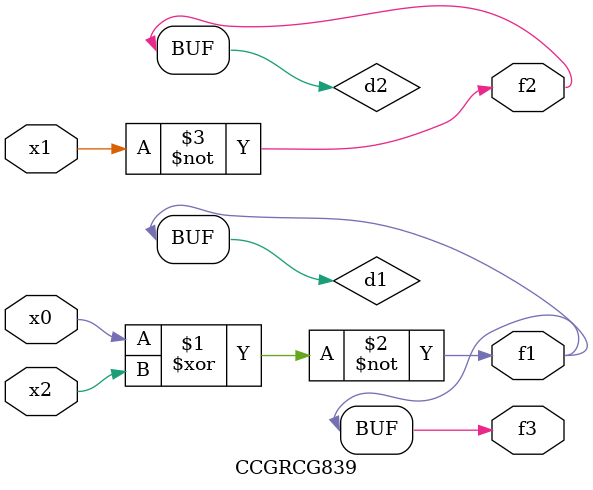
<source format=v>
module CCGRCG839(
	input x0, x1, x2,
	output f1, f2, f3
);

	wire d1, d2, d3;

	xnor (d1, x0, x2);
	nand (d2, x1);
	nor (d3, x1, x2);
	assign f1 = d1;
	assign f2 = d2;
	assign f3 = d1;
endmodule

</source>
